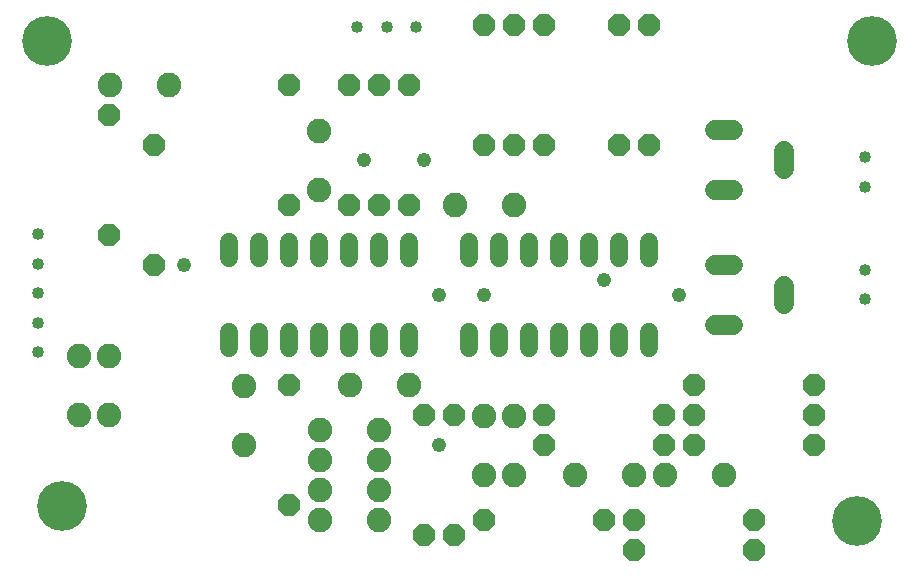
<source format=gbr>
G04 EAGLE Gerber RS-274X export*
G75*
%MOMM*%
%FSLAX34Y34*%
%LPD*%
%INSoldermask Top*%
%IPPOS*%
%AMOC8*
5,1,8,0,0,1.08239X$1,22.5*%
G01*
%ADD10C,2.082800*%
%ADD11C,1.524000*%
%ADD12C,1.016000*%
%ADD13P,2.034460X8X112.500000*%
%ADD14P,2.034460X8X292.500000*%
%ADD15C,1.727200*%
%ADD16P,2.034460X8X22.500000*%
%ADD17P,2.034460X8X202.500000*%
%ADD18C,4.219200*%
%ADD19C,1.209600*%


D10*
X165500Y546100D03*
X215500Y546100D03*
X482600Y266300D03*
X482600Y216300D03*
X508000Y216300D03*
X508000Y266300D03*
X559200Y215900D03*
X609200Y215900D03*
X635400Y215900D03*
X685400Y215900D03*
X457600Y444500D03*
X507600Y444500D03*
X342900Y457600D03*
X342900Y507600D03*
X393300Y254000D03*
X343300Y254000D03*
X393300Y228600D03*
X343300Y228600D03*
X279400Y241700D03*
X279400Y291700D03*
X393300Y203200D03*
X343300Y203200D03*
X393300Y177800D03*
X343300Y177800D03*
X418700Y292100D03*
X368700Y292100D03*
D11*
X419100Y399796D02*
X419100Y413004D01*
X393700Y413004D02*
X393700Y399796D01*
X266700Y399796D02*
X266700Y413004D01*
X266700Y336804D02*
X266700Y323596D01*
X368300Y399796D02*
X368300Y413004D01*
X342900Y413004D02*
X342900Y399796D01*
X292100Y399796D02*
X292100Y413004D01*
X317500Y413004D02*
X317500Y399796D01*
X292100Y336804D02*
X292100Y323596D01*
X317500Y323596D02*
X317500Y336804D01*
X342900Y336804D02*
X342900Y323596D01*
X368300Y323596D02*
X368300Y336804D01*
X393700Y336804D02*
X393700Y323596D01*
X419100Y323596D02*
X419100Y336804D01*
X622300Y399796D02*
X622300Y413004D01*
X596900Y413004D02*
X596900Y399796D01*
X469900Y399796D02*
X469900Y413004D01*
X469900Y336804D02*
X469900Y323596D01*
X571500Y399796D02*
X571500Y413004D01*
X546100Y413004D02*
X546100Y399796D01*
X495300Y399796D02*
X495300Y413004D01*
X520700Y413004D02*
X520700Y399796D01*
X495300Y336804D02*
X495300Y323596D01*
X520700Y323596D02*
X520700Y336804D01*
X546100Y336804D02*
X546100Y323596D01*
X571500Y323596D02*
X571500Y336804D01*
X596900Y336804D02*
X596900Y323596D01*
X622300Y323596D02*
X622300Y336804D01*
D12*
X105000Y420000D03*
X805000Y460000D03*
X805000Y390000D03*
X805000Y365000D03*
X105000Y395000D03*
X105000Y370000D03*
X105000Y345000D03*
X105000Y320000D03*
X375000Y595000D03*
X425000Y595000D03*
X400000Y595000D03*
X805000Y485000D03*
D13*
X165100Y419100D03*
X165100Y520700D03*
X317500Y190500D03*
X317500Y292100D03*
X431800Y165100D03*
X431800Y266700D03*
D14*
X457200Y266700D03*
X457200Y165100D03*
X596900Y596900D03*
X596900Y495300D03*
D13*
X622300Y495300D03*
X622300Y596900D03*
D15*
X736600Y490220D02*
X736600Y474980D01*
X693420Y508000D02*
X678180Y508000D01*
X678180Y457200D02*
X693420Y457200D01*
D16*
X482600Y177800D03*
X584200Y177800D03*
D17*
X635000Y266700D03*
X533400Y266700D03*
D16*
X533400Y241300D03*
X635000Y241300D03*
D17*
X711200Y177800D03*
X609600Y177800D03*
D13*
X203200Y393700D03*
X203200Y495300D03*
D16*
X609600Y152400D03*
X711200Y152400D03*
X660400Y241300D03*
X762000Y241300D03*
D17*
X762000Y266700D03*
X660400Y266700D03*
D16*
X660400Y292100D03*
X762000Y292100D03*
D15*
X736600Y360680D02*
X736600Y375920D01*
X693420Y393700D02*
X678180Y393700D01*
X678180Y342900D02*
X693420Y342900D01*
D14*
X393700Y546100D03*
X393700Y444500D03*
X368300Y546100D03*
X368300Y444500D03*
X419100Y546100D03*
X419100Y444500D03*
D13*
X317500Y444500D03*
X317500Y546100D03*
D14*
X482600Y596900D03*
X482600Y495300D03*
D13*
X508000Y495300D03*
X508000Y596900D03*
D14*
X533400Y596900D03*
X533400Y495300D03*
D10*
X165100Y317100D03*
X165100Y267100D03*
X139700Y317100D03*
X139700Y267100D03*
D18*
X125000Y190000D03*
X112300Y583700D03*
X810800Y583700D03*
X798100Y177300D03*
D19*
X381000Y482600D03*
X431800Y482600D03*
X584200Y381000D03*
X482600Y368300D03*
X444500Y368300D03*
X444500Y241300D03*
X228600Y393700D03*
X647700Y368300D03*
M02*

</source>
